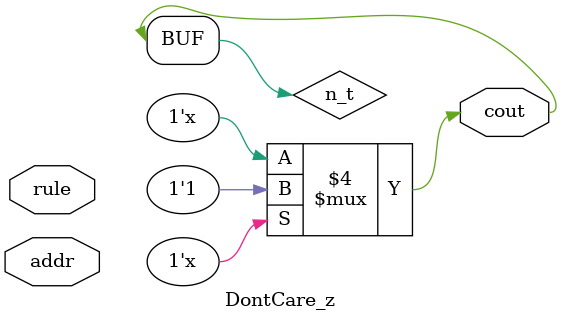
<source format=v>
module DontCare_z(input wire rule,
		input wire addr,
		output wire cout
    );
  reg n_t;
	always @(addr or rule)
	begin
		casez (rule)
		1'bx: 
			n_t <= 1'b1;		
		1'b1: 
			begin
				if (addr == 1) 
					n_t <= 1'b1;
            else  
					n_t <= 1'b0;
			end
      1'b0: 
			begin
				if (addr == 0) 
					n_t <= 1'b1;
            else
					n_t <= 1'b0;
			end
		default: n_t <= 1'bz;
		endcase
	end
 assign cout = n_t; 

endmodule

</source>
